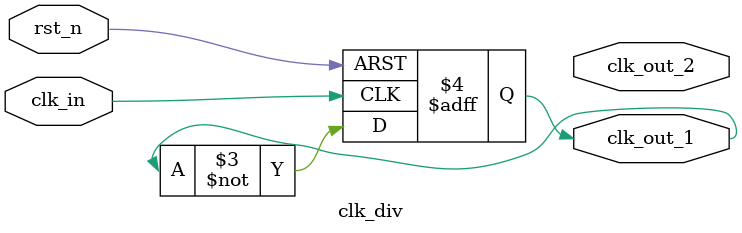
<source format=v>
module clk_div(rst_n, clk_in, clk_out_1, clk_out_2);
  input rst_n, clk_in;
  output reg clk_out_1, clk_out_2;
  
  // divided by 2
  always @(posedge clk_in or negedge rst_n)
  begin
    if(!rst_n)
      clk_out_1 <= 1'b0;
    else
      clk_out_1 <= ~clk_out_1;
  end
  
  // divided by 4
  // -------- insert your code here ------------














  // -------------------------------------------

endmodule
</source>
